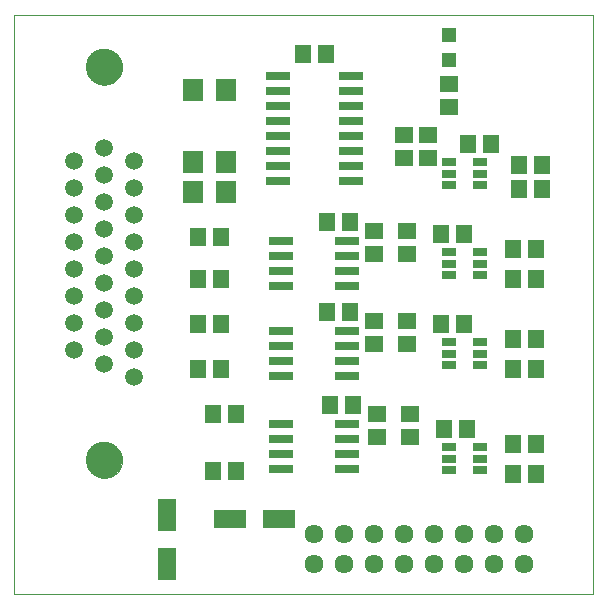
<source format=gts>
G75*
%MOIN*%
%OFA0B0*%
%FSLAX24Y24*%
%IPPOS*%
%LPD*%
%AMOC8*
5,1,8,0,0,1.08239X$1,22.5*
%
%ADD10C,0.0000*%
%ADD11C,0.0594*%
%ADD12C,0.1221*%
%ADD13C,0.0634*%
%ADD14R,0.0790X0.0290*%
%ADD15R,0.0552X0.0631*%
%ADD16R,0.0631X0.0552*%
%ADD17R,0.0840X0.0300*%
%ADD18R,0.0670X0.0750*%
%ADD19R,0.0453X0.0276*%
%ADD20R,0.0512X0.0512*%
%ADD21R,0.1064X0.0591*%
%ADD22R,0.0591X0.1064*%
D10*
X004062Y003000D02*
X004062Y022292D01*
X023353Y022292D01*
X023353Y003000D01*
X004062Y003000D01*
X006471Y007445D02*
X006473Y007493D01*
X006479Y007541D01*
X006489Y007588D01*
X006502Y007634D01*
X006520Y007679D01*
X006540Y007723D01*
X006565Y007765D01*
X006593Y007804D01*
X006623Y007841D01*
X006657Y007875D01*
X006694Y007907D01*
X006732Y007936D01*
X006773Y007961D01*
X006816Y007983D01*
X006861Y008001D01*
X006907Y008015D01*
X006954Y008026D01*
X007002Y008033D01*
X007050Y008036D01*
X007098Y008035D01*
X007146Y008030D01*
X007194Y008021D01*
X007240Y008009D01*
X007285Y007992D01*
X007329Y007972D01*
X007371Y007949D01*
X007411Y007922D01*
X007449Y007892D01*
X007484Y007859D01*
X007516Y007823D01*
X007546Y007785D01*
X007572Y007744D01*
X007594Y007701D01*
X007614Y007657D01*
X007629Y007612D01*
X007641Y007565D01*
X007649Y007517D01*
X007653Y007469D01*
X007653Y007421D01*
X007649Y007373D01*
X007641Y007325D01*
X007629Y007278D01*
X007614Y007233D01*
X007594Y007189D01*
X007572Y007146D01*
X007546Y007105D01*
X007516Y007067D01*
X007484Y007031D01*
X007449Y006998D01*
X007411Y006968D01*
X007371Y006941D01*
X007329Y006918D01*
X007285Y006898D01*
X007240Y006881D01*
X007194Y006869D01*
X007146Y006860D01*
X007098Y006855D01*
X007050Y006854D01*
X007002Y006857D01*
X006954Y006864D01*
X006907Y006875D01*
X006861Y006889D01*
X006816Y006907D01*
X006773Y006929D01*
X006732Y006954D01*
X006694Y006983D01*
X006657Y007015D01*
X006623Y007049D01*
X006593Y007086D01*
X006565Y007125D01*
X006540Y007167D01*
X006520Y007211D01*
X006502Y007256D01*
X006489Y007302D01*
X006479Y007349D01*
X006473Y007397D01*
X006471Y007445D01*
X006471Y020555D02*
X006473Y020603D01*
X006479Y020651D01*
X006489Y020698D01*
X006502Y020744D01*
X006520Y020789D01*
X006540Y020833D01*
X006565Y020875D01*
X006593Y020914D01*
X006623Y020951D01*
X006657Y020985D01*
X006694Y021017D01*
X006732Y021046D01*
X006773Y021071D01*
X006816Y021093D01*
X006861Y021111D01*
X006907Y021125D01*
X006954Y021136D01*
X007002Y021143D01*
X007050Y021146D01*
X007098Y021145D01*
X007146Y021140D01*
X007194Y021131D01*
X007240Y021119D01*
X007285Y021102D01*
X007329Y021082D01*
X007371Y021059D01*
X007411Y021032D01*
X007449Y021002D01*
X007484Y020969D01*
X007516Y020933D01*
X007546Y020895D01*
X007572Y020854D01*
X007594Y020811D01*
X007614Y020767D01*
X007629Y020722D01*
X007641Y020675D01*
X007649Y020627D01*
X007653Y020579D01*
X007653Y020531D01*
X007649Y020483D01*
X007641Y020435D01*
X007629Y020388D01*
X007614Y020343D01*
X007594Y020299D01*
X007572Y020256D01*
X007546Y020215D01*
X007516Y020177D01*
X007484Y020141D01*
X007449Y020108D01*
X007411Y020078D01*
X007371Y020051D01*
X007329Y020028D01*
X007285Y020008D01*
X007240Y019991D01*
X007194Y019979D01*
X007146Y019970D01*
X007098Y019965D01*
X007050Y019964D01*
X007002Y019967D01*
X006954Y019974D01*
X006907Y019985D01*
X006861Y019999D01*
X006816Y020017D01*
X006773Y020039D01*
X006732Y020064D01*
X006694Y020093D01*
X006657Y020125D01*
X006623Y020159D01*
X006593Y020196D01*
X006565Y020235D01*
X006540Y020277D01*
X006520Y020321D01*
X006502Y020366D01*
X006489Y020412D01*
X006479Y020459D01*
X006473Y020507D01*
X006471Y020555D01*
D11*
X007062Y017851D03*
X007062Y016951D03*
X007062Y016051D03*
X007062Y015151D03*
X007062Y014251D03*
X007062Y013351D03*
X007062Y012451D03*
X007062Y011551D03*
X007062Y010651D03*
X008062Y010201D03*
X008062Y011101D03*
X008062Y012001D03*
X008062Y012901D03*
X008062Y013801D03*
X008062Y014701D03*
X008062Y015601D03*
X008062Y016501D03*
X008062Y017401D03*
X006062Y017401D03*
X006062Y016501D03*
X006062Y015601D03*
X006062Y014701D03*
X006062Y013801D03*
X006062Y012901D03*
X006062Y012001D03*
X006062Y011101D03*
D12*
X007062Y007445D03*
X007062Y020555D03*
D13*
X014062Y005000D03*
X014062Y004000D03*
X015062Y004000D03*
X016062Y004000D03*
X017062Y004000D03*
X018062Y004000D03*
X019062Y004000D03*
X020062Y004000D03*
X021062Y004000D03*
X021062Y005000D03*
X020062Y005000D03*
X019062Y005000D03*
X018062Y005000D03*
X017062Y005000D03*
X016062Y005000D03*
X015062Y005000D03*
D14*
X015162Y007150D03*
X015162Y007650D03*
X015162Y008150D03*
X015162Y008650D03*
X015162Y010250D03*
X015162Y010750D03*
X015162Y011250D03*
X015162Y011750D03*
X015162Y013250D03*
X015162Y013750D03*
X015162Y014250D03*
X015162Y014750D03*
X012962Y014750D03*
X012962Y014250D03*
X012962Y013750D03*
X012962Y013250D03*
X012962Y011750D03*
X012962Y011250D03*
X012962Y010750D03*
X012962Y010250D03*
X012962Y008650D03*
X012962Y008150D03*
X012962Y007650D03*
X012962Y007150D03*
D15*
X011436Y007100D03*
X010688Y007100D03*
X010688Y009000D03*
X011436Y009000D03*
X010936Y010500D03*
X010188Y010500D03*
X010188Y012000D03*
X010936Y012000D03*
X010936Y013500D03*
X010188Y013500D03*
X010188Y014900D03*
X010936Y014900D03*
X014488Y015400D03*
X015236Y015400D03*
X015236Y012400D03*
X014488Y012400D03*
X014588Y009300D03*
X015336Y009300D03*
X018288Y012000D03*
X019036Y012000D03*
X020688Y011500D03*
X021436Y011500D03*
X021436Y010500D03*
X020688Y010500D03*
X019136Y008500D03*
X018388Y008500D03*
X020688Y008000D03*
X021436Y008000D03*
X021436Y007000D03*
X020688Y007000D03*
X020688Y013500D03*
X021436Y013500D03*
X021436Y014500D03*
X020688Y014500D03*
X019036Y015000D03*
X018288Y015000D03*
X020888Y016500D03*
X021636Y016500D03*
X021636Y017300D03*
X020888Y017300D03*
X019936Y018000D03*
X019188Y018000D03*
X014436Y021000D03*
X013688Y021000D03*
D16*
X017062Y018274D03*
X017862Y018274D03*
X017862Y017526D03*
X017062Y017526D03*
X018562Y019226D03*
X018562Y019974D03*
X017162Y015074D03*
X017162Y014326D03*
X016062Y014326D03*
X016062Y015074D03*
X016062Y012074D03*
X016062Y011326D03*
X017162Y011326D03*
X017162Y012074D03*
X017262Y008974D03*
X017262Y008226D03*
X016162Y008226D03*
X016162Y008974D03*
D17*
X015272Y016750D03*
X015272Y017250D03*
X015272Y017750D03*
X015272Y018250D03*
X015272Y018750D03*
X015272Y019250D03*
X015272Y019750D03*
X015272Y020250D03*
X012852Y020250D03*
X012852Y019750D03*
X012852Y019250D03*
X012852Y018750D03*
X012852Y018250D03*
X012852Y017750D03*
X012852Y017250D03*
X012852Y016750D03*
D18*
X011122Y016400D03*
X011122Y017400D03*
X010002Y017400D03*
X010002Y016400D03*
X010002Y019800D03*
X011122Y019800D03*
D19*
X018530Y017374D03*
X018530Y017000D03*
X018530Y016626D03*
X019593Y016626D03*
X019593Y017000D03*
X019593Y017374D03*
X019593Y014374D03*
X019593Y014000D03*
X019593Y013626D03*
X018530Y013626D03*
X018530Y014000D03*
X018530Y014374D03*
X018530Y011374D03*
X018530Y011000D03*
X018530Y010626D03*
X019593Y010626D03*
X019593Y011000D03*
X019593Y011374D03*
X019593Y007874D03*
X019593Y007500D03*
X019593Y007126D03*
X018530Y007126D03*
X018530Y007500D03*
X018530Y007874D03*
D20*
X018562Y020787D03*
X018562Y021614D03*
D21*
X012869Y005500D03*
X011255Y005500D03*
D22*
X009162Y005607D03*
X009162Y003993D03*
M02*

</source>
